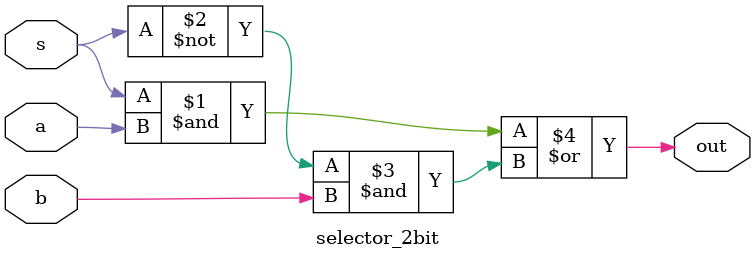
<source format=v>
`timescale 1ns / 1ps

module selector_2bit(
						input a,
						input b,
						input s,
						output out
									);
    
    assign out	= s&a
				|~s&b;
 endmodule

</source>
